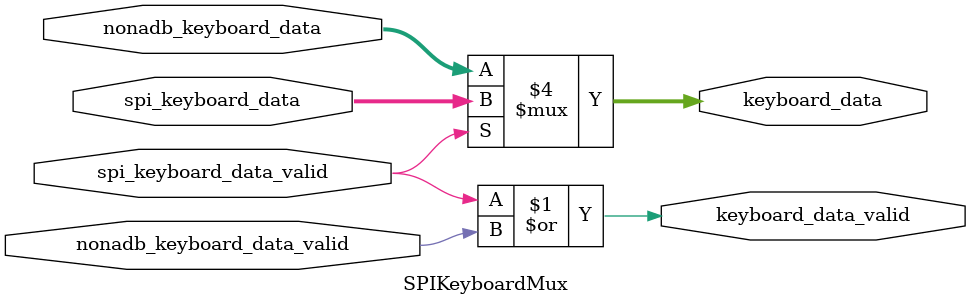
<source format=v>
`default_nettype none

module SPIOpDecoder(
	input wire [7:0] op, // 3 bytes
	input wire op_valid,
	output reg is_keyboard_data,
	output reg is_mouse_data,
	output reg is_mic_data
);

	always@ (*) begin
		is_keyboard_data = 0;
		is_mouse_data = 0;
		is_mic_data = 0;
		if (op_valid)
			casex (op)
				8'h1: begin
					is_keyboard_data = 1;
				end
				8'h2: begin
					is_mouse_data = 1;
				end
				8'h3: begin
					is_mic_data = 1;
				end
				default: begin
				end
			endcase
	end

endmodule


module SPIKeyboardMux(
	input wire [16:0] spi_keyboard_data,
	input wire spi_keyboard_data_valid,
	input wire [16:0] nonadb_keyboard_data,
	input wire nonadb_keyboard_data_valid,
	
	output reg [16:0] keyboard_data,
	output wire keyboard_data_valid
);

	assign keyboard_data_valid = spi_keyboard_data_valid | nonadb_keyboard_data_valid;
	
	always@ (*) begin
		if (spi_keyboard_data_valid)
			keyboard_data = spi_keyboard_data;
		else
			keyboard_data = nonadb_keyboard_data;
	end
	

endmodule

</source>
